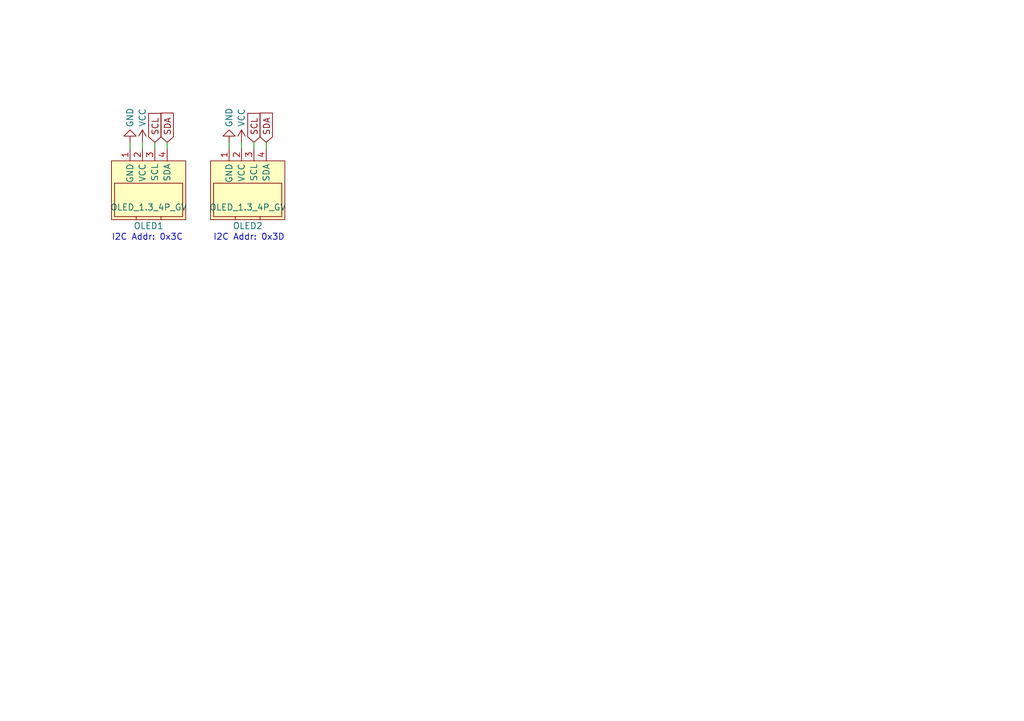
<source format=kicad_sch>
(kicad_sch (version 20211123) (generator eeschema)
  (paper "A5")
  (lib_symbols
    (symbol "Custom_Modules:OLED_1.3_4P_GV"
      (property "Reference" "OLED" (at 0 -8.255 0))
      (property "Value" "OLED_1.3_4P_GV" (at 0 -4.445 0))
      (symbol "OLED_1.3_4P_GV_0_1"
        (rectangle (start -7.62 5.08) (end 7.62 -6.985) (fill (type background)))
        (rectangle (start -6.985 0.508) (end 6.985 -6.35))
        (polyline (pts (xy -2.54 -6.35) (xy -2.54 -6.985)))
        (polyline (pts (xy 2.54 -6.35) (xy 2.54 -6.985)))
        (pin power_in line (at -3.81 7.62 270) (length 2.54) (name "GND") (number "1"))
        (pin power_in line (at -1.27 7.62 270) (length 2.54) (name "VCC") (number "2"))
        (pin input line (at 1.27 7.62 270) (length 2.54) (name "SCL") (number "3"))
        (pin input line (at 3.81 7.62 270) (length 2.54) (name "SDA") (number "4"))
      )
    )
    (symbol "power:GND" (power) (pin_names (offset 0))
      (property "Value" "GND" (at 0 -3.81 0))
      (symbol "GND_0_1"
        (polyline (pts (xy 0 0) (xy 0 -1.27) (xy 1.27 -1.27) (xy 0 -2.54) (xy -1.27 -1.27) (xy 0 -1.27)))
      )
      (symbol "GND_1_1"
        (pin power_in line (at 0 0 270) (length 0) hide (name "GND") (number "1"))
      )
    )
    (symbol "power:VCC" (power) (pin_names (offset 0))
      (property "Value" "VCC" (at 0 3.81 0))
      (symbol "VCC_0_1"
        (polyline (pts (xy -0.762 1.27) (xy 0 2.54)))
        (polyline (pts (xy 0 0) (xy 0 2.54)))
        (polyline (pts (xy 0 2.54) (xy 0.762 1.27)))
      )
      (symbol "VCC_1_1"
        (pin power_in line (at 0 0 90) (length 0) hide (name "VCC") (number "1"))
      )
    )
  )
  (wire (pts (xy 26.67 29.21) (xy 26.67 30.48)))
  (wire (pts (xy 31.75 29.21) (xy 31.75 30.48)))
  (wire (pts (xy 29.21 29.21) (xy 29.21 30.48)))
  (wire (pts (xy 34.29 29.21) (xy 34.29 30.48)))
  (wire (pts (xy 54.61 29.21) (xy 54.61 30.48)))
  (wire (pts (xy 52.07 29.21) (xy 52.07 30.48)))
  (wire (pts (xy 46.99 29.21) (xy 46.99 30.48)))
  (wire (pts (xy 49.53 29.21) (xy 49.53 30.48)))
  (text "I2C Addr: 0x3C" (at 22.86 49.53 0) (effects (font (size 1.27 1.27)) (justify left bottom)))
  (text "I2C Addr: 0x3D" (at 58.42 49.53 180) (effects (font (size 1.27 1.27)) (justify right bottom)))
  (global_label "SDA" (shape input) (at 54.61 29.21 90) (property "Intersheet References" "${INTERSHEET_REFS}" (effects hide)))
  (global_label "SCL" (shape input) (at 52.07 29.21 90) (property "Intersheet References" "${INTERSHEET_REFS}" (effects hide)))
  (global_label "SCL" (shape input) (at 31.75 29.21 90) (property "Intersheet References" "${INTERSHEET_REFS}" (effects hide)))
  (global_label "SDA" (shape input) (at 34.29 29.21 90) (property "Intersheet References" "${INTERSHEET_REFS}" (effects hide)))
  (symbol (lib_id "power:VCC") (at 49.53 29.21 0) (unit 1)
    (property "Reference" "#PWR?" (effects hide))
    (property "Value" "VCC" (at 49.53 24.13 90))
  )
  (symbol (lib_id "power:VCC") (at 29.21 29.21 0) (unit 1)
    (property "Reference" "#PWR?" (effects hide))
    (property "Value" "VCC" (at 29.21 24.13 90))
  )
  (symbol (lib_id "power:GND") (at 26.67 29.21 180) (unit 1)
    (property "Reference" "#PWR?" (effects hide))
    (property "Value" "GND" (at 26.67 24.13 90))
  )
  (symbol (lib_id "power:GND") (at 46.99 29.21 180) (unit 1)
    (property "Reference" "#PWR?" (effects hide))
    (property "Value" "GND" (at 46.99 24.13 90))
  )
  (symbol (lib_id "Custom_Modules:OLED_1.3_4P_GV") (at 30.48 38.1 0) (unit 1)
    (property "Reference" "OLED1" (at 30.48 46.355 0))
    (property "Value" "OLED_1.3_4P_GV" (at 30.48 42.545 0))
    (property "Footprint" "Custom_Module:OLED_1.3_4P_M2.5Holes_CleanFront" (effects hide))
    (property "Datasheet" "https://de.aliexpress.com/item/1005004131362533.html" (effects hide))
    (property "Part#" "-" (effects hide))
    (property "Supplier" "AliExpress" (effects hide))
  )
  (symbol (lib_id "Custom_Modules:OLED_1.3_4P_GV") (at 50.8 38.1 0) (unit 1)
    (property "Reference" "OLED2" (at 50.8 46.355 0))
    (property "Value" "OLED_1.3_4P_GV" (at 50.8 42.545 0))
    (property "Footprint" "Custom_Module:OLED_1.3_4P_M2.5Holes_CleanFront" (effects hide))
    (property "Datasheet" "https://de.aliexpress.com/item/1005004131362533.html" (effects hide))
    (property "Part#" "-" (effects hide))
    (property "Supplier" "AliExpress" (effects hide))
  )
)
</source>
